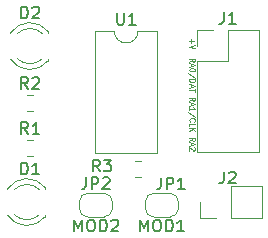
<source format=gbr>
G04 #@! TF.GenerationSoftware,KiCad,Pcbnew,(5.1.5)-3*
G04 #@! TF.CreationDate,2023-02-14T15:50:30-08:00*
G04 #@! TF.ProjectId,LED_Strobe,4c45445f-5374-4726-9f62-652e6b696361,rev?*
G04 #@! TF.SameCoordinates,Original*
G04 #@! TF.FileFunction,Legend,Top*
G04 #@! TF.FilePolarity,Positive*
%FSLAX46Y46*%
G04 Gerber Fmt 4.6, Leading zero omitted, Abs format (unit mm)*
G04 Created by KiCad (PCBNEW (5.1.5)-3) date 2023-02-14 15:50:30*
%MOMM*%
%LPD*%
G04 APERTURE LIST*
%ADD10C,0.076200*%
%ADD11C,0.120000*%
%ADD12C,0.150000*%
G04 APERTURE END LIST*
D10*
X120363342Y-90328387D02*
X120363342Y-90676730D01*
X120189171Y-90502558D02*
X120537514Y-90502558D01*
X120646371Y-90829130D02*
X120189171Y-90981530D01*
X120646371Y-91133930D01*
X120189171Y-92244272D02*
X120406885Y-92091872D01*
X120189171Y-91983015D02*
X120646371Y-91983015D01*
X120646371Y-92157187D01*
X120624600Y-92200730D01*
X120602828Y-92222501D01*
X120559285Y-92244272D01*
X120493971Y-92244272D01*
X120450428Y-92222501D01*
X120428657Y-92200730D01*
X120406885Y-92157187D01*
X120406885Y-91983015D01*
X120319800Y-92418444D02*
X120319800Y-92636158D01*
X120189171Y-92374901D02*
X120646371Y-92527301D01*
X120189171Y-92679701D01*
X120646371Y-92919187D02*
X120646371Y-92962730D01*
X120624600Y-93006272D01*
X120602828Y-93028044D01*
X120559285Y-93049815D01*
X120472200Y-93071587D01*
X120363342Y-93071587D01*
X120276257Y-93049815D01*
X120232714Y-93028044D01*
X120210942Y-93006272D01*
X120189171Y-92962730D01*
X120189171Y-92919187D01*
X120210942Y-92875644D01*
X120232714Y-92853872D01*
X120276257Y-92832101D01*
X120363342Y-92810330D01*
X120472200Y-92810330D01*
X120559285Y-92832101D01*
X120602828Y-92853872D01*
X120624600Y-92875644D01*
X120646371Y-92919187D01*
X120668142Y-93594101D02*
X120080314Y-93202215D01*
X120189171Y-93746501D02*
X120646371Y-93746501D01*
X120646371Y-93855358D01*
X120624600Y-93920672D01*
X120581057Y-93964215D01*
X120537514Y-93985987D01*
X120450428Y-94007758D01*
X120385114Y-94007758D01*
X120298028Y-93985987D01*
X120254485Y-93964215D01*
X120210942Y-93920672D01*
X120189171Y-93855358D01*
X120189171Y-93746501D01*
X120319800Y-94181930D02*
X120319800Y-94399644D01*
X120189171Y-94138387D02*
X120646371Y-94290787D01*
X120189171Y-94443187D01*
X120646371Y-94530272D02*
X120646371Y-94791530D01*
X120189171Y-94660901D02*
X120646371Y-94660901D01*
X120189171Y-95553530D02*
X120406885Y-95401130D01*
X120189171Y-95292272D02*
X120646371Y-95292272D01*
X120646371Y-95466444D01*
X120624600Y-95509987D01*
X120602828Y-95531758D01*
X120559285Y-95553530D01*
X120493971Y-95553530D01*
X120450428Y-95531758D01*
X120428657Y-95509987D01*
X120406885Y-95466444D01*
X120406885Y-95292272D01*
X120319800Y-95727701D02*
X120319800Y-95945415D01*
X120189171Y-95684158D02*
X120646371Y-95836558D01*
X120189171Y-95988958D01*
X120189171Y-96380844D02*
X120189171Y-96119587D01*
X120189171Y-96250215D02*
X120646371Y-96250215D01*
X120581057Y-96206672D01*
X120537514Y-96163130D01*
X120515742Y-96119587D01*
X120668142Y-96903358D02*
X120080314Y-96511472D01*
X120232714Y-97317015D02*
X120210942Y-97295244D01*
X120189171Y-97229930D01*
X120189171Y-97186387D01*
X120210942Y-97121072D01*
X120254485Y-97077530D01*
X120298028Y-97055758D01*
X120385114Y-97033987D01*
X120450428Y-97033987D01*
X120537514Y-97055758D01*
X120581057Y-97077530D01*
X120624600Y-97121072D01*
X120646371Y-97186387D01*
X120646371Y-97229930D01*
X120624600Y-97295244D01*
X120602828Y-97317015D01*
X120189171Y-97730672D02*
X120189171Y-97512958D01*
X120646371Y-97512958D01*
X120189171Y-97883072D02*
X120646371Y-97883072D01*
X120189171Y-98144330D02*
X120450428Y-97948387D01*
X120646371Y-98144330D02*
X120385114Y-97883072D01*
X120189171Y-98949872D02*
X120406885Y-98797472D01*
X120189171Y-98688615D02*
X120646371Y-98688615D01*
X120646371Y-98862787D01*
X120624600Y-98906330D01*
X120602828Y-98928101D01*
X120559285Y-98949872D01*
X120493971Y-98949872D01*
X120450428Y-98928101D01*
X120428657Y-98906330D01*
X120406885Y-98862787D01*
X120406885Y-98688615D01*
X120319800Y-99124044D02*
X120319800Y-99341758D01*
X120189171Y-99080501D02*
X120646371Y-99232901D01*
X120189171Y-99385301D01*
X120602828Y-99515930D02*
X120624600Y-99537701D01*
X120646371Y-99581244D01*
X120646371Y-99690101D01*
X120624600Y-99733644D01*
X120602828Y-99755415D01*
X120559285Y-99777187D01*
X120515742Y-99777187D01*
X120450428Y-99755415D01*
X120189171Y-99494158D01*
X120189171Y-99777187D01*
D11*
X120844000Y-89602000D02*
X122174000Y-89602000D01*
X120844000Y-90932000D02*
X120844000Y-89602000D01*
X123444000Y-89602000D02*
X126044000Y-89602000D01*
X123444000Y-92202000D02*
X123444000Y-89602000D01*
X120844000Y-92202000D02*
X123444000Y-92202000D01*
X126044000Y-89602000D02*
X126044000Y-99882000D01*
X120844000Y-92202000D02*
X120844000Y-99882000D01*
X120844000Y-99882000D02*
X126044000Y-99882000D01*
X115562748Y-102056000D02*
X116085252Y-102056000D01*
X115562748Y-100636000D02*
X116085252Y-100636000D01*
X126298000Y-105470000D02*
X126298000Y-102810000D01*
X123698000Y-105470000D02*
X126298000Y-105470000D01*
X123698000Y-102810000D02*
X126298000Y-102810000D01*
X123698000Y-105470000D02*
X123698000Y-102810000D01*
X122428000Y-105470000D02*
X121098000Y-105470000D01*
X121098000Y-105470000D02*
X121098000Y-104140000D01*
X118556000Y-103394000D02*
G75*
G02X119256000Y-104094000I0J-700000D01*
G01*
X119256000Y-104694000D02*
G75*
G02X118556000Y-105394000I-700000J0D01*
G01*
X117156000Y-105394000D02*
G75*
G02X116456000Y-104694000I0J700000D01*
G01*
X116456000Y-104094000D02*
G75*
G02X117156000Y-103394000I700000J0D01*
G01*
X116456000Y-104694000D02*
X116456000Y-104094000D01*
X118556000Y-105394000D02*
X117156000Y-105394000D01*
X119256000Y-104094000D02*
X119256000Y-104694000D01*
X117156000Y-103394000D02*
X118556000Y-103394000D01*
X112968000Y-103394000D02*
G75*
G02X113668000Y-104094000I0J-700000D01*
G01*
X113668000Y-104694000D02*
G75*
G02X112968000Y-105394000I-700000J0D01*
G01*
X111568000Y-105394000D02*
G75*
G02X110868000Y-104694000I0J700000D01*
G01*
X110868000Y-104094000D02*
G75*
G02X111568000Y-103394000I700000J0D01*
G01*
X110868000Y-104694000D02*
X110868000Y-104094000D01*
X112968000Y-105394000D02*
X111568000Y-105394000D01*
X113668000Y-104094000D02*
X113668000Y-104694000D01*
X111568000Y-103394000D02*
X112968000Y-103394000D01*
X117480000Y-89664000D02*
X115830000Y-89664000D01*
X117480000Y-99944000D02*
X117480000Y-89664000D01*
X112180000Y-99944000D02*
X117480000Y-99944000D01*
X112180000Y-89664000D02*
X112180000Y-99944000D01*
X113830000Y-89664000D02*
X112180000Y-89664000D01*
X115830000Y-89664000D02*
G75*
G02X113830000Y-89664000I-1000000J0D01*
G01*
X106418748Y-96468000D02*
X106941252Y-96468000D01*
X106418748Y-95048000D02*
X106941252Y-95048000D01*
X106427748Y-98858000D02*
X106950252Y-98858000D01*
X106427748Y-100278000D02*
X106950252Y-100278000D01*
X108240000Y-89852000D02*
X108240000Y-89696000D01*
X108240000Y-92168000D02*
X108240000Y-92012000D01*
X105638870Y-89852163D02*
G75*
G02X107720961Y-89852000I1041130J-1079837D01*
G01*
X105638870Y-92011837D02*
G75*
G03X107720961Y-92012000I1041130J1079837D01*
G01*
X105007665Y-89853392D02*
G75*
G02X108240000Y-89696484I1672335J-1078608D01*
G01*
X105007665Y-92010608D02*
G75*
G03X108240000Y-92167516I1672335J1078608D01*
G01*
X107986000Y-105376000D02*
X107986000Y-105220000D01*
X107986000Y-103060000D02*
X107986000Y-102904000D01*
X104753665Y-105218608D02*
G75*
G03X107986000Y-105375516I1672335J1078608D01*
G01*
X104753665Y-103061392D02*
G75*
G02X107986000Y-102904484I1672335J-1078608D01*
G01*
X105384870Y-105219837D02*
G75*
G03X107466961Y-105220000I1041130J1079837D01*
G01*
X105384870Y-103060163D02*
G75*
G02X107466961Y-103060000I1041130J-1079837D01*
G01*
D12*
X123110666Y-88054380D02*
X123110666Y-88768666D01*
X123063047Y-88911523D01*
X122967809Y-89006761D01*
X122824952Y-89054380D01*
X122729714Y-89054380D01*
X124110666Y-89054380D02*
X123539238Y-89054380D01*
X123824952Y-89054380D02*
X123824952Y-88054380D01*
X123729714Y-88197238D01*
X123634476Y-88292476D01*
X123539238Y-88340095D01*
X112609333Y-101544380D02*
X112276000Y-101068190D01*
X112037904Y-101544380D02*
X112037904Y-100544380D01*
X112418857Y-100544380D01*
X112514095Y-100592000D01*
X112561714Y-100639619D01*
X112609333Y-100734857D01*
X112609333Y-100877714D01*
X112561714Y-100972952D01*
X112514095Y-101020571D01*
X112418857Y-101068190D01*
X112037904Y-101068190D01*
X112942666Y-100544380D02*
X113561714Y-100544380D01*
X113228380Y-100925333D01*
X113371238Y-100925333D01*
X113466476Y-100972952D01*
X113514095Y-101020571D01*
X113561714Y-101115809D01*
X113561714Y-101353904D01*
X113514095Y-101449142D01*
X113466476Y-101496761D01*
X113371238Y-101544380D01*
X113085523Y-101544380D01*
X112990285Y-101496761D01*
X112942666Y-101449142D01*
X123110666Y-101560380D02*
X123110666Y-102274666D01*
X123063047Y-102417523D01*
X122967809Y-102512761D01*
X122824952Y-102560380D01*
X122729714Y-102560380D01*
X123539238Y-101655619D02*
X123586857Y-101608000D01*
X123682095Y-101560380D01*
X123920190Y-101560380D01*
X124015428Y-101608000D01*
X124063047Y-101655619D01*
X124110666Y-101750857D01*
X124110666Y-101846095D01*
X124063047Y-101988952D01*
X123491619Y-102560380D01*
X124110666Y-102560380D01*
X117784666Y-102068380D02*
X117784666Y-102782666D01*
X117737047Y-102925523D01*
X117641809Y-103020761D01*
X117498952Y-103068380D01*
X117403714Y-103068380D01*
X118260857Y-103068380D02*
X118260857Y-102068380D01*
X118641809Y-102068380D01*
X118737047Y-102116000D01*
X118784666Y-102163619D01*
X118832285Y-102258857D01*
X118832285Y-102401714D01*
X118784666Y-102496952D01*
X118737047Y-102544571D01*
X118641809Y-102592190D01*
X118260857Y-102592190D01*
X119784666Y-103068380D02*
X119213238Y-103068380D01*
X119498952Y-103068380D02*
X119498952Y-102068380D01*
X119403714Y-102211238D01*
X119308476Y-102306476D01*
X119213238Y-102354095D01*
X116022666Y-106624380D02*
X116022666Y-105624380D01*
X116356000Y-106338666D01*
X116689333Y-105624380D01*
X116689333Y-106624380D01*
X117356000Y-105624380D02*
X117546476Y-105624380D01*
X117641714Y-105672000D01*
X117736952Y-105767238D01*
X117784571Y-105957714D01*
X117784571Y-106291047D01*
X117736952Y-106481523D01*
X117641714Y-106576761D01*
X117546476Y-106624380D01*
X117356000Y-106624380D01*
X117260761Y-106576761D01*
X117165523Y-106481523D01*
X117117904Y-106291047D01*
X117117904Y-105957714D01*
X117165523Y-105767238D01*
X117260761Y-105672000D01*
X117356000Y-105624380D01*
X118213142Y-106624380D02*
X118213142Y-105624380D01*
X118451238Y-105624380D01*
X118594095Y-105672000D01*
X118689333Y-105767238D01*
X118736952Y-105862476D01*
X118784571Y-106052952D01*
X118784571Y-106195809D01*
X118736952Y-106386285D01*
X118689333Y-106481523D01*
X118594095Y-106576761D01*
X118451238Y-106624380D01*
X118213142Y-106624380D01*
X119736952Y-106624380D02*
X119165523Y-106624380D01*
X119451238Y-106624380D02*
X119451238Y-105624380D01*
X119356000Y-105767238D01*
X119260761Y-105862476D01*
X119165523Y-105910095D01*
X111434666Y-102046380D02*
X111434666Y-102760666D01*
X111387047Y-102903523D01*
X111291809Y-102998761D01*
X111148952Y-103046380D01*
X111053714Y-103046380D01*
X111910857Y-103046380D02*
X111910857Y-102046380D01*
X112291809Y-102046380D01*
X112387047Y-102094000D01*
X112434666Y-102141619D01*
X112482285Y-102236857D01*
X112482285Y-102379714D01*
X112434666Y-102474952D01*
X112387047Y-102522571D01*
X112291809Y-102570190D01*
X111910857Y-102570190D01*
X112863238Y-102141619D02*
X112910857Y-102094000D01*
X113006095Y-102046380D01*
X113244190Y-102046380D01*
X113339428Y-102094000D01*
X113387047Y-102141619D01*
X113434666Y-102236857D01*
X113434666Y-102332095D01*
X113387047Y-102474952D01*
X112815619Y-103046380D01*
X113434666Y-103046380D01*
X110434666Y-106624380D02*
X110434666Y-105624380D01*
X110768000Y-106338666D01*
X111101333Y-105624380D01*
X111101333Y-106624380D01*
X111768000Y-105624380D02*
X111958476Y-105624380D01*
X112053714Y-105672000D01*
X112148952Y-105767238D01*
X112196571Y-105957714D01*
X112196571Y-106291047D01*
X112148952Y-106481523D01*
X112053714Y-106576761D01*
X111958476Y-106624380D01*
X111768000Y-106624380D01*
X111672761Y-106576761D01*
X111577523Y-106481523D01*
X111529904Y-106291047D01*
X111529904Y-105957714D01*
X111577523Y-105767238D01*
X111672761Y-105672000D01*
X111768000Y-105624380D01*
X112625142Y-106624380D02*
X112625142Y-105624380D01*
X112863238Y-105624380D01*
X113006095Y-105672000D01*
X113101333Y-105767238D01*
X113148952Y-105862476D01*
X113196571Y-106052952D01*
X113196571Y-106195809D01*
X113148952Y-106386285D01*
X113101333Y-106481523D01*
X113006095Y-106576761D01*
X112863238Y-106624380D01*
X112625142Y-106624380D01*
X113577523Y-105719619D02*
X113625142Y-105672000D01*
X113720380Y-105624380D01*
X113958476Y-105624380D01*
X114053714Y-105672000D01*
X114101333Y-105719619D01*
X114148952Y-105814857D01*
X114148952Y-105910095D01*
X114101333Y-106052952D01*
X113529904Y-106624380D01*
X114148952Y-106624380D01*
X114068095Y-88116380D02*
X114068095Y-88925904D01*
X114115714Y-89021142D01*
X114163333Y-89068761D01*
X114258571Y-89116380D01*
X114449047Y-89116380D01*
X114544285Y-89068761D01*
X114591904Y-89021142D01*
X114639523Y-88925904D01*
X114639523Y-88116380D01*
X115639523Y-89116380D02*
X115068095Y-89116380D01*
X115353809Y-89116380D02*
X115353809Y-88116380D01*
X115258571Y-88259238D01*
X115163333Y-88354476D01*
X115068095Y-88402095D01*
X106513333Y-94560380D02*
X106180000Y-94084190D01*
X105941904Y-94560380D02*
X105941904Y-93560380D01*
X106322857Y-93560380D01*
X106418095Y-93608000D01*
X106465714Y-93655619D01*
X106513333Y-93750857D01*
X106513333Y-93893714D01*
X106465714Y-93988952D01*
X106418095Y-94036571D01*
X106322857Y-94084190D01*
X105941904Y-94084190D01*
X106894285Y-93655619D02*
X106941904Y-93608000D01*
X107037142Y-93560380D01*
X107275238Y-93560380D01*
X107370476Y-93608000D01*
X107418095Y-93655619D01*
X107465714Y-93750857D01*
X107465714Y-93846095D01*
X107418095Y-93988952D01*
X106846666Y-94560380D01*
X107465714Y-94560380D01*
X106522333Y-98370380D02*
X106189000Y-97894190D01*
X105950904Y-98370380D02*
X105950904Y-97370380D01*
X106331857Y-97370380D01*
X106427095Y-97418000D01*
X106474714Y-97465619D01*
X106522333Y-97560857D01*
X106522333Y-97703714D01*
X106474714Y-97798952D01*
X106427095Y-97846571D01*
X106331857Y-97894190D01*
X105950904Y-97894190D01*
X107474714Y-98370380D02*
X106903285Y-98370380D01*
X107189000Y-98370380D02*
X107189000Y-97370380D01*
X107093761Y-97513238D01*
X106998523Y-97608476D01*
X106903285Y-97656095D01*
X105941904Y-88590380D02*
X105941904Y-87590380D01*
X106180000Y-87590380D01*
X106322857Y-87638000D01*
X106418095Y-87733238D01*
X106465714Y-87828476D01*
X106513333Y-88018952D01*
X106513333Y-88161809D01*
X106465714Y-88352285D01*
X106418095Y-88447523D01*
X106322857Y-88542761D01*
X106180000Y-88590380D01*
X105941904Y-88590380D01*
X106894285Y-87685619D02*
X106941904Y-87638000D01*
X107037142Y-87590380D01*
X107275238Y-87590380D01*
X107370476Y-87638000D01*
X107418095Y-87685619D01*
X107465714Y-87780857D01*
X107465714Y-87876095D01*
X107418095Y-88018952D01*
X106846666Y-88590380D01*
X107465714Y-88590380D01*
X105941904Y-101798380D02*
X105941904Y-100798380D01*
X106180000Y-100798380D01*
X106322857Y-100846000D01*
X106418095Y-100941238D01*
X106465714Y-101036476D01*
X106513333Y-101226952D01*
X106513333Y-101369809D01*
X106465714Y-101560285D01*
X106418095Y-101655523D01*
X106322857Y-101750761D01*
X106180000Y-101798380D01*
X105941904Y-101798380D01*
X107465714Y-101798380D02*
X106894285Y-101798380D01*
X107180000Y-101798380D02*
X107180000Y-100798380D01*
X107084761Y-100941238D01*
X106989523Y-101036476D01*
X106894285Y-101084095D01*
M02*

</source>
